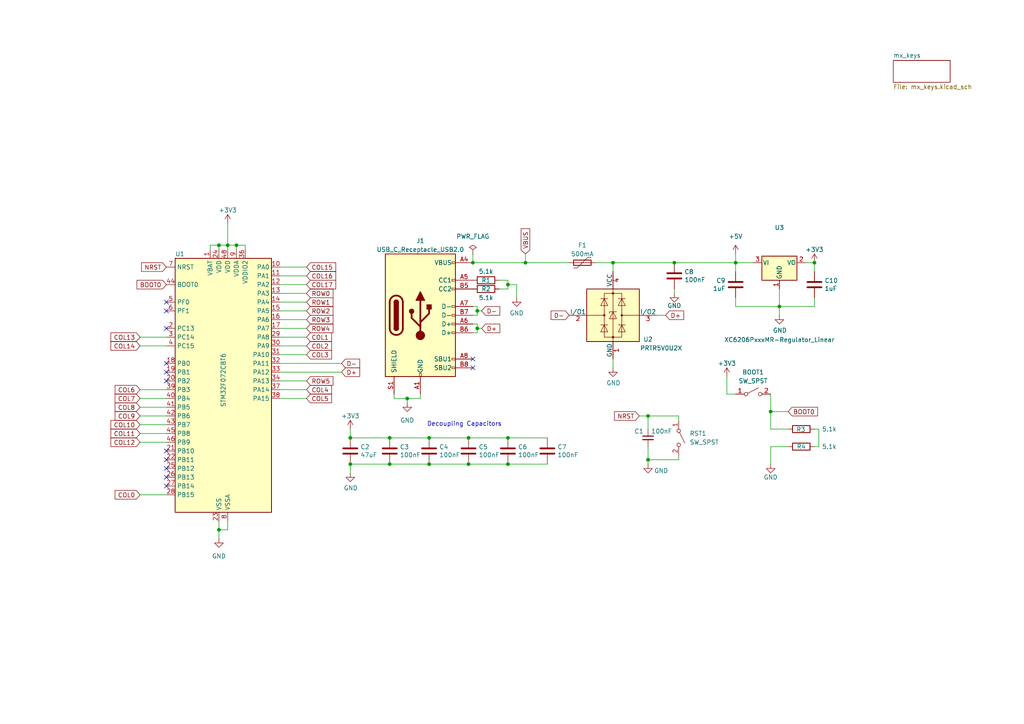
<source format=kicad_sch>
(kicad_sch (version 20231120) (generator "eeschema") (generator_version "8.0")
  (paper "A4")
  (title_block (title "Mioke80 Keyboard  QMK") (date "2024-07-25") (rev "1.0") (company "Michael O'Toole") (comment 1 "Open Source Hardware") (comment 2 "STM32F072CBT6"))
  (lib_symbols
    (symbol "Connector:USB_C_Receptacle_USB2.0" (pin_names (offset 1.016))
      (property "Reference" "J" (at -10.16 19.05 0))
      (property "Value" "USB_C_Receptacle_USB2.0" (at 19.05 19.05 0))
      (symbol "USB_C_Receptacle_USB2.0_0_0"
        (rectangle (start -0.254 -17.78) (end 0.254 -16.764))
        (rectangle (start 10.16 -14.986) (end 9.144 -15.494))
        (rectangle (start 10.16 -12.446) (end 9.144 -12.954))
        (rectangle (start 10.16 -4.826) (end 9.144 -5.334))
        (rectangle (start 10.16 -2.286) (end 9.144 -2.794))
        (rectangle (start 10.16 0.254) (end 9.144 -0.254))
        (rectangle (start 10.16 2.794) (end 9.144 2.286))
        (rectangle (start 10.16 7.874) (end 9.144 7.366))
        (rectangle (start 10.16 10.414) (end 9.144 9.906))
        (rectangle (start 10.16 15.494) (end 9.144 14.986))
      )
      (symbol "USB_C_Receptacle_USB2.0_0_1"
        (rectangle (start -10.16 17.78) (end 10.16 -17.78) (stroke (width 0.254)) (fill (type background)))
        (arc (start -8.89 -3.81) (mid -6.985 -5.7067) (end -5.08 -3.81) (stroke (width 0.508)))
        (arc (start -7.62 -3.81) (mid -6.985 -4.4423) (end -6.35 -3.81) (stroke (width 0.254)))
        (arc (start -7.62 -3.81) (mid -6.985 -4.4423) (end -6.35 -3.81) (stroke (width 0.254)) (fill (type outline)))
        (rectangle (start -7.62 -3.81) (end -6.35 3.81) (stroke (width 0.254)) (fill (type outline)))
        (arc (start -6.35 3.81) (mid -6.985 4.4423) (end -7.62 3.81) (stroke (width 0.254)))
        (arc (start -6.35 3.81) (mid -6.985 4.4423) (end -7.62 3.81) (stroke (width 0.254)) (fill (type outline)))
        (arc (start -5.08 3.81) (mid -6.985 5.7067) (end -8.89 3.81) (stroke (width 0.508)))
        (circle (center -2.54 1.143) (radius 0.635) (stroke (width 0.254)) (fill (type outline)))
        (circle (center 0 -5.842) (radius 1.27) (fill (type outline)))
        (polyline (pts (xy -8.89 -3.81) (xy -8.89 3.81)) (stroke (width 0.508)))
        (polyline (pts (xy -5.08 3.81) (xy -5.08 -3.81)) (stroke (width 0.508)))
        (polyline (pts (xy 0 -5.842) (xy 0 4.318)) (stroke (width 0.508)))
        (polyline (pts (xy 0 -3.302) (xy -2.54 -0.762) (xy -2.54 0.508)) (stroke (width 0.508)))
        (polyline (pts (xy 0 -2.032) (xy 2.54 0.508) (xy 2.54 1.778)) (stroke (width 0.508)))
        (polyline (pts (xy -1.27 4.318) (xy 0 6.858) (xy 1.27 4.318) (xy -1.27 4.318)) (stroke (width 0.254)) (fill (type outline)))
        (rectangle (start 1.905 1.778) (end 3.175 3.048) (stroke (width 0.254)) (fill (type outline)))
      )
      (symbol "USB_C_Receptacle_USB2.0_1_1"
        (pin passive line (at 0 -22.86 90) (length 5.08) (name "GND") (number "A1"))
        (pin passive line (at 0 -22.86 90) (length 5.08) hide (name "GND") (number "A12"))
        (pin passive line (at 15.24 15.24 180) (length 5.08) (name "VBUS") (number "A4"))
        (pin bidirectional line (at 15.24 10.16 180) (length 5.08) (name "CC1") (number "A5"))
        (pin bidirectional line (at 15.24 -2.54 180) (length 5.08) (name "D+") (number "A6"))
        (pin bidirectional line (at 15.24 2.54 180) (length 5.08) (name "D-") (number "A7"))
        (pin bidirectional line (at 15.24 -12.7 180) (length 5.08) (name "SBU1") (number "A8"))
        (pin passive line (at 15.24 15.24 180) (length 5.08) hide (name "VBUS") (number "A9"))
        (pin passive line (at 0 -22.86 90) (length 5.08) hide (name "GND") (number "B1"))
        (pin passive line (at 0 -22.86 90) (length 5.08) hide (name "GND") (number "B12"))
        (pin passive line (at 15.24 15.24 180) (length 5.08) hide (name "VBUS") (number "B4"))
        (pin bidirectional line (at 15.24 7.62 180) (length 5.08) (name "CC2") (number "B5"))
        (pin bidirectional line (at 15.24 -5.08 180) (length 5.08) (name "D+") (number "B6"))
        (pin bidirectional line (at 15.24 0 180) (length 5.08) (name "D-") (number "B7"))
        (pin bidirectional line (at 15.24 -15.24 180) (length 5.08) (name "SBU2") (number "B8"))
        (pin passive line (at 15.24 15.24 180) (length 5.08) hide (name "VBUS") (number "B9"))
        (pin passive line (at -7.62 -22.86 90) (length 5.08) (name "SHIELD") (number "S1"))
      )
    )
    (symbol "Device:C" (pin_numbers hide) (pin_names (offset 0.254))
      (property "Reference" "C" (at 0.635 2.54 0))
      (property "Value" "C" (at 0.635 -2.54 0))
      (symbol "C_0_1"
        (polyline (pts (xy -2.032 -0.762) (xy 2.032 -0.762)) (stroke (width 0.508)))
        (polyline (pts (xy -2.032 0.762) (xy 2.032 0.762)) (stroke (width 0.508)))
      )
      (symbol "C_1_1"
        (pin passive line (at 0 3.81 270) (length 2.794) (name "~") (number "1"))
        (pin passive line (at 0 -3.81 90) (length 2.794) (name "~") (number "2"))
      )
    )
    (symbol "Device:C_Small" (pin_numbers hide) (pin_names (offset 0.254) hide)
      (property "Reference" "C" (at 0.254 1.778 0))
      (property "Value" "C_Small" (at 0.254 -2.032 0))
      (symbol "C_Small_0_1"
        (polyline (pts (xy -1.524 -0.508) (xy 1.524 -0.508)) (stroke (width 0.3302)))
        (polyline (pts (xy -1.524 0.508) (xy 1.524 0.508)) (stroke (width 0.3048)))
      )
      (symbol "C_Small_1_1"
        (pin passive line (at 0 2.54 270) (length 2.032) (name "~") (number "1"))
        (pin passive line (at 0 -2.54 90) (length 2.032) (name "~") (number "2"))
      )
    )
    (symbol "Device:Polyfuse" (pin_numbers hide) (pin_names (offset 0))
      (property "Reference" "F" (at -2.54 0 90))
      (property "Value" "Polyfuse" (at 2.54 0 90))
      (symbol "Polyfuse_0_1"
        (rectangle (start -0.762 2.54) (end 0.762 -2.54) (stroke (width 0.254)))
        (polyline (pts (xy 0 2.54) (xy 0 -2.54)))
        (polyline (pts (xy -1.524 2.54) (xy -1.524 1.524) (xy 1.524 -1.524) (xy 1.524 -2.54)))
      )
      (symbol "Polyfuse_1_1"
        (pin passive line (at 0 3.81 270) (length 1.27) (name "~") (number "1"))
        (pin passive line (at 0 -3.81 90) (length 1.27) (name "~") (number "2"))
      )
    )
    (symbol "Device:R" (pin_numbers hide) (pin_names (offset 0))
      (property "Reference" "R" (at 2.032 0 90))
      (property "Value" "R" (at 0 0 90))
      (symbol "R_0_1"
        (rectangle (start -1.016 -2.54) (end 1.016 2.54) (stroke (width 0.254)))
      )
      (symbol "R_1_1"
        (pin passive line (at 0 3.81 270) (length 1.27) (name "~") (number "1"))
        (pin passive line (at 0 -3.81 90) (length 1.27) (name "~") (number "2"))
      )
    )
    (symbol "MCU_ST_STM32F0:STM32F072CBTx"
      (property "Reference" "U" (at -12.7 39.37 0))
      (property "Value" "STM32F072CBTx" (at 10.16 39.37 0))
      (symbol "STM32F072CBTx_0_1"
        (rectangle (start -12.7 -35.56) (end 15.24 38.1) (stroke (width 0.254)) (fill (type background)))
      )
      (symbol "STM32F072CBTx_1_1"
        (pin power_in line (at -2.54 40.64 270) (length 2.54) (name "VBAT") (number "1"))
        (pin bidirectional line (at 17.78 35.56 180) (length 2.54) (name "PA0") (number "10"))
        (pin bidirectional line (at 17.78 33.02 180) (length 2.54) (name "PA1") (number "11"))
        (pin bidirectional line (at 17.78 30.48 180) (length 2.54) (name "PA2") (number "12"))
        (pin bidirectional line (at 17.78 27.94 180) (length 2.54) (name "PA3") (number "13"))
        (pin bidirectional line (at 17.78 25.4 180) (length 2.54) (name "PA4") (number "14"))
        (pin bidirectional line (at 17.78 22.86 180) (length 2.54) (name "PA5") (number "15"))
        (pin bidirectional line (at 17.78 20.32 180) (length 2.54) (name "PA6") (number "16"))
        (pin bidirectional line (at 17.78 17.78 180) (length 2.54) (name "PA7") (number "17"))
        (pin bidirectional line (at -15.24 7.62 0) (length 2.54) (name "PB0") (number "18"))
        (pin bidirectional line (at -15.24 5.08 0) (length 2.54) (name "PB1") (number "19"))
        (pin bidirectional line (at -15.24 17.78 0) (length 2.54) (name "PC13") (number "2"))
        (pin bidirectional line (at -15.24 2.54 0) (length 2.54) (name "PB2") (number "20"))
        (pin bidirectional line (at -15.24 -17.78 0) (length 2.54) (name "PB10") (number "21"))
        (pin bidirectional line (at -15.24 -20.32 0) (length 2.54) (name "PB11") (number "22"))
        (pin power_in line (at 0 -38.1 90) (length 2.54) (name "VSS") (number "23"))
        (pin power_in line (at 0 40.64 270) (length 2.54) (name "VDD") (number "24"))
        (pin bidirectional line (at -15.24 -22.86 0) (length 2.54) (name "PB12") (number "25"))
        (pin bidirectional line (at -15.24 -25.4 0) (length 2.54) (name "PB13") (number "26"))
        (pin bidirectional line (at -15.24 -27.94 0) (length 2.54) (name "PB14") (number "27"))
        (pin bidirectional line (at -15.24 -30.48 0) (length 2.54) (name "PB15") (number "28"))
        (pin bidirectional line (at 17.78 15.24 180) (length 2.54) (name "PA8") (number "29"))
        (pin bidirectional line (at -15.24 15.24 0) (length 2.54) (name "PC14") (number "3"))
        (pin bidirectional line (at 17.78 12.7 180) (length 2.54) (name "PA9") (number "30"))
        (pin bidirectional line (at 17.78 10.16 180) (length 2.54) (name "PA10") (number "31"))
        (pin bidirectional line (at 17.78 7.62 180) (length 2.54) (name "PA11") (number "32"))
        (pin bidirectional line (at 17.78 5.08 180) (length 2.54) (name "PA12") (number "33"))
        (pin bidirectional line (at 17.78 2.54 180) (length 2.54) (name "PA13") (number "34"))
        (pin passive line (at 0 -38.1 90) (length 2.54) hide (name "VSS") (number "35"))
        (pin power_in line (at 7.62 40.64 270) (length 2.54) (name "VDDIO2") (number "36"))
        (pin bidirectional line (at 17.78 0 180) (length 2.54) (name "PA14") (number "37"))
        (pin bidirectional line (at 17.78 -2.54 180) (length 2.54) (name "PA15") (number "38"))
        (pin bidirectional line (at -15.24 0 0) (length 2.54) (name "PB3") (number "39"))
        (pin bidirectional line (at -15.24 12.7 0) (length 2.54) (name "PC15") (number "4"))
        (pin bidirectional line (at -15.24 -2.54 0) (length 2.54) (name "PB4") (number "40"))
        (pin bidirectional line (at -15.24 -5.08 0) (length 2.54) (name "PB5") (number "41"))
        (pin bidirectional line (at -15.24 -7.62 0) (length 2.54) (name "PB6") (number "42"))
        (pin bidirectional line (at -15.24 -10.16 0) (length 2.54) (name "PB7") (number "43"))
        (pin input line (at -15.24 30.48 0) (length 2.54) (name "BOOT0") (number "44"))
        (pin bidirectional line (at -15.24 -12.7 0) (length 2.54) (name "PB8") (number "45"))
        (pin bidirectional line (at -15.24 -15.24 0) (length 2.54) (name "PB9") (number "46"))
        (pin passive line (at 0 -38.1 90) (length 2.54) hide (name "VSS") (number "47"))
        (pin power_in line (at 2.54 40.64 270) (length 2.54) (name "VDD") (number "48"))
        (pin bidirectional line (at -15.24 25.4 0) (length 2.54) (name "PF0") (number "5"))
        (pin bidirectional line (at -15.24 22.86 0) (length 2.54) (name "PF1") (number "6"))
        (pin input line (at -15.24 35.56 0) (length 2.54) (name "NRST") (number "7"))
        (pin power_in line (at 2.54 -38.1 90) (length 2.54) (name "VSSA") (number "8"))
        (pin power_in line (at 5.08 40.64 270) (length 2.54) (name "VDDA") (number "9"))
      )
    )
    (symbol "Power_Protection:PRTR5V0U2X" (pin_names (offset 0))
      (property "Reference" "D" (at 2.794 8.636 0))
      (property "Value" "PRTR5V0U2X" (at 8.128 -9.398 0))
      (symbol "PRTR5V0U2X_0_1"
        (rectangle (start -7.62 -7.62) (end 7.62 7.62) (stroke (width 0.254)) (fill (type background)))
        (circle (center -2.54 0) (radius 0.254) (fill (type outline)))
        (rectangle (start -2.54 6.35) (end 2.54 -6.35))
        (circle (center 0 -6.35) (radius 0.254) (fill (type outline)))
        (polyline (pts (xy -2.54 0) (xy -7.62 0)))
        (polyline (pts (xy -1.524 -2.794) (xy -3.556 -2.794)))
        (polyline (pts (xy -1.524 4.826) (xy -3.556 4.826)))
        (polyline (pts (xy 0 -7.62) (xy 0 7.62)))
        (polyline (pts (xy 1.524 -2.794) (xy 3.556 -2.794)))
        (polyline (pts (xy 1.524 4.826) (xy 3.556 4.826)))
        (polyline (pts (xy 2.54 0) (xy 7.62 0)))
        (polyline (pts (xy 1.016 1.016) (xy -1.016 1.016) (xy -1.016 0.508)))
        (polyline (pts (xy -3.556 -4.826) (xy -1.524 -4.826) (xy -2.54 -2.794) (xy -3.556 -4.826)))
        (polyline (pts (xy -3.556 2.794) (xy -1.524 2.794) (xy -2.54 4.826) (xy -3.556 2.794)))
        (polyline (pts (xy -1.016 -1.016) (xy 1.016 -1.016) (xy 0 1.016) (xy -1.016 -1.016)))
        (polyline (pts (xy 3.556 -4.826) (xy 1.524 -4.826) (xy 2.54 -2.794) (xy 3.556 -4.826)))
        (polyline (pts (xy 3.556 2.794) (xy 1.524 2.794) (xy 2.54 4.826) (xy 3.556 2.794)))
        (circle (center 0 6.35) (radius 0.254) (fill (type outline)))
        (circle (center 2.54 0) (radius 0.254) (fill (type outline)))
      )
      (symbol "PRTR5V0U2X_1_1"
        (pin passive line (at 0 -12.7 90) (length 5.08) (name "GND") (number "1"))
        (pin passive line (at -12.7 0 0) (length 5.08) (name "I/O1") (number "2"))
        (pin passive line (at 12.7 0 180) (length 5.08) (name "I/O2") (number "3"))
        (pin passive line (at 0 12.7 270) (length 5.08) (name "VCC") (number "4"))
      )
    )
    (symbol "Switch:SW_SPST" (pin_names (offset 0) hide)
      (property "Reference" "SW" (at 0 3.175 0))
      (property "Value" "SW_SPST" (at 0 -2.54 0))
      (symbol "SW_SPST_0_0"
        (circle (center -2.032 0) (radius 0.508))
        (polyline (pts (xy -1.524 0.254) (xy 1.524 1.778)))
        (circle (center 2.032 0) (radius 0.508))
      )
      (symbol "SW_SPST_1_1"
        (pin passive line (at -5.08 0 0) (length 2.54) (name "A") (number "1"))
        (pin passive line (at 5.08 0 180) (length 2.54) (name "B") (number "2"))
      )
    )
    (symbol "kicad-keyboard-parts:XC6206PxxxMR-Regulator_Linear" (pin_names (offset 0.254))
      (property "Reference" "U" (at -3.81 3.175 0))
      (property "Value" "XC6206PxxxMR-Regulator_Linear" (at 0 3.175 0))
      (property "LCSC" "C5446" (at 0 0 0))
      (symbol "XC6206PxxxMR-Regulator_Linear_0_1"
        (rectangle (start -5.08 1.905) (end 5.08 -5.08) (stroke (width 0.254)) (fill (type background)))
      )
      (symbol "XC6206PxxxMR-Regulator_Linear_1_1"
        (pin power_in line (at 0 -7.62 90) (length 2.54) (name "GND") (number "1"))
        (pin power_out line (at 7.62 0 180) (length 2.54) (name "VO") (number "2"))
        (pin power_in line (at -7.62 0 0) (length 2.54) (name "VI") (number "3"))
      )
    )
    (symbol "power:+3V3" (power) (pin_names (offset 0))
      (property "Value" "+3V3" (at 0 3.556 0))
      (symbol "+3V3_0_1"
        (polyline (pts (xy -0.762 1.27) (xy 0 2.54)))
        (polyline (pts (xy 0 0) (xy 0 2.54)))
        (polyline (pts (xy 0 2.54) (xy 0.762 1.27)))
      )
      (symbol "+3V3_1_1"
        (pin power_in line (at 0 0 90) (length 0) hide (name "+3V3") (number "1"))
      )
    )
    (symbol "power:+5V" (power) (pin_names (offset 0))
      (property "Value" "+5V" (at 0 3.556 0))
      (symbol "+5V_0_1"
        (polyline (pts (xy -0.762 1.27) (xy 0 2.54)))
        (polyline (pts (xy 0 0) (xy 0 2.54)))
        (polyline (pts (xy 0 2.54) (xy 0.762 1.27)))
      )
      (symbol "+5V_1_1"
        (pin power_in line (at 0 0 90) (length 0) hide (name "+5V") (number "1"))
      )
    )
    (symbol "power:GND" (power) (pin_names (offset 0))
      (property "Value" "GND" (at 0 -3.81 0))
      (symbol "GND_0_1"
        (polyline (pts (xy 0 0) (xy 0 -1.27) (xy 1.27 -1.27) (xy 0 -2.54) (xy -1.27 -1.27) (xy 0 -1.27)))
      )
      (symbol "GND_1_1"
        (pin power_in line (at 0 0 270) (length 0) hide (name "GND") (number "1"))
      )
    )
    (symbol "power:PWR_FLAG" (power) (pin_numbers hide) (pin_names (offset 0) hide)
      (property "Value" "PWR_FLAG" (at 0 3.81 0))
      (symbol "PWR_FLAG_0_0"
        (pin power_out line (at 0 0 90) (length 0) (name "pwr") (number "1"))
      )
      (symbol "PWR_FLAG_0_1"
        (polyline (pts (xy 0 0) (xy 0 1.27) (xy -1.016 1.905) (xy 0 2.54) (xy 1.016 1.905) (xy 0 1.27)))
      )
    )
  )
  (junction (at 226.06 88.9))
  (junction (at 187.96 120.65))
  (junction (at 66.04 71.12))
  (junction (at 147.32 82.55))
  (junction (at 63.5 71.12))
  (junction (at 135.89 134.62))
  (junction (at 135.89 127))
  (junction (at 101.6 134.62))
  (junction (at 101.6 127))
  (junction (at 137.16 76.2))
  (junction (at 124.46 134.62))
  (junction (at 195.58 76.2))
  (junction (at 152.4 76.2))
  (junction (at 113.03 134.62))
  (junction (at 223.52 119.38))
  (junction (at 147.32 134.62))
  (junction (at 236.22 76.2))
  (junction (at 147.32 127))
  (junction (at 63.5 153.67))
  (junction (at 124.46 127))
  (junction (at 213.36 76.2))
  (junction (at 177.8 76.2))
  (junction (at 138.43 95.25))
  (junction (at 118.11 115.57))
  (junction (at 187.96 133.35))
  (junction (at 138.43 90.17))
  (junction (at 113.03 127))
  (junction (at 68.58 71.12))
  (no_connect (at 48.26 133.35))
  (no_connect (at 48.26 95.25))
  (no_connect (at 48.26 105.41))
  (no_connect (at 48.26 140.97))
  (no_connect (at 137.16 106.68))
  (no_connect (at 137.16 104.14))
  (no_connect (at 48.26 110.49))
  (no_connect (at 48.26 107.95))
  (no_connect (at 48.26 138.43))
  (no_connect (at 48.26 130.81))
  (no_connect (at 48.26 87.63))
  (no_connect (at 48.26 135.89))
  (no_connect (at 48.26 90.17))
  (wire (pts (xy 81.28 80.01) (xy 88.9 80.01)))
  (wire (pts (xy 147.32 134.62) (xy 158.75 134.62)))
  (wire (pts (xy 223.52 119.38) (xy 228.6 119.38)))
  (wire (pts (xy 137.16 96.52) (xy 138.43 96.52)))
  (wire (pts (xy 137.16 73.66) (xy 137.16 76.2)))
  (wire (pts (xy 196.85 120.65) (xy 196.85 121.92)))
  (wire (pts (xy 81.28 92.71) (xy 88.9 92.71)))
  (wire (pts (xy 177.8 76.2) (xy 195.58 76.2)))
  (wire (pts (xy 223.52 119.38) (xy 223.52 124.46)))
  (wire (pts (xy 223.52 129.54) (xy 228.6 129.54)))
  (wire (pts (xy 118.11 115.57) (xy 121.92 115.57)))
  (wire (pts (xy 71.12 71.12) (xy 71.12 72.39)))
  (wire (pts (xy 226.06 88.9) (xy 226.06 91.44)))
  (wire (pts (xy 137.16 88.9) (xy 138.43 88.9)))
  (wire (pts (xy 213.36 88.9) (xy 226.06 88.9)))
  (wire (pts (xy 81.28 95.25) (xy 88.9 95.25)))
  (wire (pts (xy 147.32 83.82) (xy 147.32 82.55)))
  (wire (pts (xy 66.04 64.77) (xy 66.04 71.12)))
  (wire (pts (xy 124.46 134.62) (xy 113.03 134.62)))
  (wire (pts (xy 144.78 83.82) (xy 147.32 83.82)))
  (wire (pts (xy 81.28 107.95) (xy 99.06 107.95)))
  (wire (pts (xy 138.43 90.17) (xy 138.43 91.44)))
  (wire (pts (xy 147.32 82.55) (xy 147.32 81.28)))
  (wire (pts (xy 213.36 114.3) (xy 210.82 114.3)))
  (wire (pts (xy 172.72 76.2) (xy 177.8 76.2)))
  (wire (pts (xy 118.11 116.84) (xy 118.11 115.57)))
  (wire (pts (xy 196.85 133.35) (xy 196.85 132.08)))
  (wire (pts (xy 68.58 71.12) (xy 68.58 72.39)))
  (wire (pts (xy 63.5 153.67) (xy 63.5 156.21)))
  (wire (pts (xy 147.32 82.55) (xy 149.86 82.55)))
  (wire (pts (xy 124.46 127) (xy 113.03 127)))
  (wire (pts (xy 68.58 71.12) (xy 71.12 71.12)))
  (wire (pts (xy 233.68 76.2) (xy 236.22 76.2)))
  (wire (pts (xy 213.36 76.2) (xy 213.36 78.74)))
  (wire (pts (xy 63.5 71.12) (xy 63.5 72.39)))
  (wire (pts (xy 187.96 120.65) (xy 196.85 120.65)))
  (wire (pts (xy 144.78 81.28) (xy 147.32 81.28)))
  (wire (pts (xy 213.36 86.36) (xy 213.36 88.9)))
  (wire (pts (xy 187.96 134.62) (xy 187.96 133.35)))
  (wire (pts (xy 81.28 100.33) (xy 88.9 100.33)))
  (wire (pts (xy 135.89 127) (xy 147.32 127)))
  (wire (pts (xy 81.28 110.49) (xy 88.9 110.49)))
  (wire (pts (xy 66.04 151.13) (xy 66.04 153.67)))
  (wire (pts (xy 210.82 114.3) (xy 210.82 109.22)))
  (wire (pts (xy 60.96 71.12) (xy 60.96 72.39)))
  (wire (pts (xy 81.28 102.87) (xy 88.9 102.87)))
  (wire (pts (xy 190.5 91.44) (xy 193.04 91.44)))
  (wire (pts (xy 40.64 115.57) (xy 48.26 115.57)))
  (wire (pts (xy 226.06 83.82) (xy 226.06 88.9)))
  (wire (pts (xy 195.58 83.82) (xy 195.58 85.09)))
  (wire (pts (xy 213.36 73.66) (xy 213.36 76.2)))
  (wire (pts (xy 124.46 127) (xy 135.89 127)))
  (wire (pts (xy 223.52 114.3) (xy 223.52 119.38)))
  (wire (pts (xy 68.58 71.12) (xy 66.04 71.12)))
  (wire (pts (xy 40.64 97.79) (xy 48.26 97.79)))
  (wire (pts (xy 101.6 137.16) (xy 101.6 134.62)))
  (wire (pts (xy 236.22 124.46) (xy 237.49 124.46)))
  (wire (pts (xy 40.64 120.65) (xy 48.26 120.65)))
  (wire (pts (xy 138.43 96.52) (xy 138.43 95.25)))
  (wire (pts (xy 223.52 124.46) (xy 228.6 124.46)))
  (wire (pts (xy 236.22 76.2) (xy 236.22 78.74)))
  (wire (pts (xy 137.16 93.98) (xy 138.43 93.98)))
  (wire (pts (xy 147.32 127) (xy 158.75 127)))
  (wire (pts (xy 101.6 124.46) (xy 101.6 127)))
  (wire (pts (xy 40.64 118.11) (xy 48.26 118.11)))
  (wire (pts (xy 138.43 90.17) (xy 139.7 90.17)))
  (wire (pts (xy 63.5 71.12) (xy 66.04 71.12)))
  (wire (pts (xy 187.96 133.35) (xy 196.85 133.35)))
  (wire (pts (xy 40.64 125.73) (xy 48.26 125.73)))
  (wire (pts (xy 177.8 106.68) (xy 177.8 104.14)))
  (wire (pts (xy 223.52 129.54) (xy 223.52 134.62)))
  (wire (pts (xy 63.5 151.13) (xy 63.5 153.67)))
  (wire (pts (xy 81.28 82.55) (xy 88.9 82.55)))
  (wire (pts (xy 63.5 153.67) (xy 66.04 153.67)))
  (wire (pts (xy 40.64 128.27) (xy 48.26 128.27)))
  (wire (pts (xy 114.3 115.57) (xy 118.11 115.57)))
  (wire (pts (xy 236.22 129.54) (xy 237.49 129.54)))
  (wire (pts (xy 60.96 71.12) (xy 63.5 71.12)))
  (wire (pts (xy 137.16 91.44) (xy 138.43 91.44)))
  (wire (pts (xy 114.3 114.3) (xy 114.3 115.57)))
  (wire (pts (xy 40.64 123.19) (xy 48.26 123.19)))
  (wire (pts (xy 138.43 93.98) (xy 138.43 95.25)))
  (wire (pts (xy 185.42 120.65) (xy 187.96 120.65)))
  (wire (pts (xy 195.58 76.2) (xy 213.36 76.2)))
  (wire (pts (xy 81.28 113.03) (xy 88.9 113.03)))
  (wire (pts (xy 138.43 95.25) (xy 139.7 95.25)))
  (wire (pts (xy 113.03 134.62) (xy 101.6 134.62)))
  (wire (pts (xy 81.28 90.17) (xy 88.9 90.17)))
  (wire (pts (xy 149.86 82.55) (xy 149.86 86.36)))
  (wire (pts (xy 121.92 115.57) (xy 121.92 114.3)))
  (wire (pts (xy 237.49 124.46) (xy 237.49 129.54)))
  (wire (pts (xy 81.28 105.41) (xy 99.06 105.41)))
  (wire (pts (xy 177.8 76.2) (xy 177.8 78.74)))
  (wire (pts (xy 152.4 73.66) (xy 152.4 76.2)))
  (wire (pts (xy 81.28 77.47) (xy 88.9 77.47)))
  (wire (pts (xy 187.96 120.65) (xy 187.96 124.46)))
  (wire (pts (xy 40.64 113.03) (xy 48.26 113.03)))
  (wire (pts (xy 81.28 97.79) (xy 88.9 97.79)))
  (wire (pts (xy 236.22 86.36) (xy 236.22 88.9)))
  (wire (pts (xy 81.28 115.57) (xy 88.9 115.57)))
  (wire (pts (xy 66.04 71.12) (xy 66.04 72.39)))
  (wire (pts (xy 113.03 127) (xy 101.6 127)))
  (wire (pts (xy 137.16 76.2) (xy 152.4 76.2)))
  (wire (pts (xy 138.43 88.9) (xy 138.43 90.17)))
  (wire (pts (xy 226.06 88.9) (xy 236.22 88.9)))
  (wire (pts (xy 81.28 87.63) (xy 88.9 87.63)))
  (wire (pts (xy 213.36 76.2) (xy 218.44 76.2)))
  (wire (pts (xy 124.46 134.62) (xy 135.89 134.62)))
  (wire (pts (xy 40.64 143.51) (xy 48.26 143.51)))
  (wire (pts (xy 152.4 76.2) (xy 165.1 76.2)))
  (wire (pts (xy 135.89 134.62) (xy 147.32 134.62)))
  (wire (pts (xy 187.96 129.54) (xy 187.96 133.35)))
  (wire (pts (xy 81.28 85.09) (xy 88.9 85.09)))
  (wire (pts (xy 40.64 100.33) (xy 48.26 100.33)))
  (text "Decoupling Capacitors" (at 123.825 123.825 0) (effects (font (size 1.27 1.27)) (justify left bottom)))
  (global_label "COL1" (shape input) (at 88.9 97.79 0) (property "Intersheetrefs" "${INTERSHEET_REFS}" (effects (hide yes))))
  (global_label "COL9" (shape input) (at 40.64 120.65 180) (property "Intersheetrefs" "${INTERSHEET_REFS}" (effects (hide yes))))
  (global_label "COL2" (shape input) (at 88.9 100.33 0) (property "Intersheetrefs" "${INTERSHEET_REFS}" (effects (hide yes))))
  (global_label "COL8" (shape input) (at 40.64 118.11 180) (property "Intersheetrefs" "${INTERSHEET_REFS}" (effects (hide yes))))
  (global_label "ROW3" (shape input) (at 88.9 92.71 0) (property "Intersheetrefs" "${INTERSHEET_REFS}" (effects (hide yes))))
  (global_label "COL5" (shape input) (at 88.9 115.57 0) (property "Intersheetrefs" "${INTERSHEET_REFS}" (effects (hide yes))))
  (global_label "ROW5" (shape input) (at 88.9 110.49 0) (property "Intersheetrefs" "${INTERSHEET_REFS}" (effects (hide yes))))
  (global_label "COL17" (shape input) (at 88.9 82.55 0) (property "Intersheetrefs" "${INTERSHEET_REFS}" (effects (hide yes))))
  (global_label "COL15" (shape input) (at 88.9 77.47 0) (property "Intersheetrefs" "${INTERSHEET_REFS}" (effects (hide yes))))
  (global_label "D-" (shape input) (at 99.06 105.41 0) (property "Intersheetrefs" "${INTERSHEET_REFS}" (effects (hide yes))))
  (global_label "COL6" (shape input) (at 40.64 113.03 180) (property "Intersheetrefs" "${INTERSHEET_REFS}" (effects (hide yes))))
  (global_label "ROW1" (shape input) (at 88.9 87.63 0) (property "Intersheetrefs" "${INTERSHEET_REFS}" (effects (hide yes))))
  (global_label "D-" (shape input) (at 165.1 91.44 180) (property "Intersheetrefs" "${INTERSHEET_REFS}" (effects (hide yes))))
  (global_label "COL14" (shape input) (at 40.64 100.33 180) (property "Intersheetrefs" "${INTERSHEET_REFS}" (effects (hide yes))))
  (global_label "BOOT0" (shape input) (at 48.26 82.55 180) (property "Intersheetrefs" "${INTERSHEET_REFS}" (effects (hide yes))))
  (global_label "D+" (shape input) (at 99.06 107.95 0) (property "Intersheetrefs" "${INTERSHEET_REFS}" (effects (hide yes))))
  (global_label "COL3" (shape input) (at 88.9 102.87 0) (property "Intersheetrefs" "${INTERSHEET_REFS}" (effects (hide yes))))
  (global_label "COL0" (shape input) (at 40.64 143.51 180) (property "Intersheetrefs" "${INTERSHEET_REFS}" (effects (hide yes))))
  (global_label "D+" (shape input) (at 193.04 91.44 0) (property "Intersheetrefs" "${INTERSHEET_REFS}" (effects (hide yes))))
  (global_label "COL11" (shape input) (at 40.64 125.73 180) (property "Intersheetrefs" "${INTERSHEET_REFS}" (effects (hide yes))))
  (global_label "D-" (shape input) (at 139.7 90.17 0) (property "Intersheetrefs" "${INTERSHEET_REFS}" (effects (hide yes))))
  (global_label "COL16" (shape input) (at 88.9 80.01 0) (property "Intersheetrefs" "${INTERSHEET_REFS}" (effects (hide yes))))
  (global_label "COL12" (shape input) (at 40.64 128.27 180) (property "Intersheetrefs" "${INTERSHEET_REFS}" (effects (hide yes))))
  (global_label "COL10" (shape input) (at 40.64 123.19 180) (property "Intersheetrefs" "${INTERSHEET_REFS}" (effects (hide yes))))
  (global_label "COL7" (shape input) (at 40.64 115.57 180) (property "Intersheetrefs" "${INTERSHEET_REFS}" (effects (hide yes))))
  (global_label "NRST" (shape input) (at 185.42 120.65 180) (property "Intersheetrefs" "${INTERSHEET_REFS}" (effects (hide yes))))
  (global_label "NRST" (shape input) (at 48.26 77.47 180) (property "Intersheetrefs" "${INTERSHEET_REFS}" (effects (hide yes))))
  (global_label "BOOT0" (shape input) (at 228.6 119.38 0) (property "Intersheetrefs" "${INTERSHEET_REFS}" (effects (hide yes))))
  (global_label "ROW4" (shape input) (at 88.9 95.25 0) (property "Intersheetrefs" "${INTERSHEET_REFS}" (effects (hide yes))))
  (global_label "D+" (shape input) (at 139.7 95.25 0) (property "Intersheetrefs" "${INTERSHEET_REFS}" (effects (hide yes))))
  (global_label "COL4" (shape input) (at 88.9 113.03 0) (property "Intersheetrefs" "${INTERSHEET_REFS}" (effects (hide yes))))
  (global_label "VBUS" (shape input) (at 152.4 73.66 90) (property "Intersheetrefs" "${INTERSHEET_REFS}" (effects (hide yes))))
  (global_label "ROW0" (shape input) (at 88.9 85.09 0) (property "Intersheetrefs" "${INTERSHEET_REFS}" (effects (hide yes))))
  (global_label "ROW2" (shape input) (at 88.9 90.17 0) (property "Intersheetrefs" "${INTERSHEET_REFS}" (effects (hide yes))))
  (global_label "COL13" (shape input) (at 40.64 97.79 180) (property "Intersheetrefs" "${INTERSHEET_REFS}" (effects (hide yes))))
  (symbol (lib_id "Connector:USB_C_Receptacle_USB2.0") (at 121.92 91.44 0) (unit 1)
    (property "Reference" "J1" (at 121.92 69.85 0))
    (property "Value" "USB_C_Receptacle_USB2.0" (at 121.92 72.39 0))
    (property "Footprint" "Connector_USB:USB_C_Receptacle_HRO_TYPE-C-31-M-12" (effects (hide yes)))
    (property "Datasheet" "https://www.usb.org/sites/default/files/documents/usb_type-c.zip" (effects (hide yes)))
    (property "JlcRotOffset" "180" (effects (hide yes)))
    (property "JlcPosOffset" "0,1.5" (effects (hide yes)))
  )
  (symbol (lib_id "power:+3V3") (at 66.04 64.77 0) (unit 1)
    (property "Reference" "#PWR01" (effects (hide yes)))
    (property "Value" "+3V3" (at 66.04 60.96 0))
  )
  (symbol (lib_id "Device:R") (at 232.41 124.46 90) (unit 1)
    (property "Reference" "R3" (at 232.283 124.587 90))
    (property "Value" "5.1k" (at 240.538 124.46 90))
    (property "Footprint" "Resistor_SMD:R_0402_1005Metric" (effects (hide yes)))
  )
  (symbol (lib_id "Device:C") (at 195.58 80.01 0) (unit 1)
    (property "Reference" "C8" (at 198.501 78.8416 0) (effects (justify left)))
    (property "Value" "100nF" (at 198.501 81.153 0) (effects (justify left)))
    (property "Footprint" "Capacitor_SMD:C_0402_1005Metric" (effects (hide yes)))
    (property "LCSC" "C307331" (effects (hide yes)))
  )
  (symbol (lib_id "Device:Polyfuse") (at 168.91 76.2 90) (unit 1)
    (property "Reference" "F1" (at 168.91 71.12 90))
    (property "Value" "500mA" (at 168.91 73.66 90))
    (property "Footprint" "Fuse:Fuse_1206_3216Metric" (effects (hide yes)))
    (property "LCSC" "C135341" (effects (hide yes)))
  )
  (symbol (lib_id "power:GND") (at 63.5 156.21 0) (unit 1)
    (property "Reference" "#PWR02" (effects (hide yes)))
    (property "Value" "GND" (at 63.5 161.29 0))
  )
  (symbol (lib_id "power:GND") (at 149.86 86.36 0) (unit 1)
    (property "Reference" "#PWR05" (effects (hide yes)))
    (property "Value" "GND" (at 149.86 90.805 0))
  )
  (symbol (lib_id "power:GND") (at 101.6 137.16 0) (unit 1)
    (property "Reference" "#PWR08" (effects (hide yes)))
    (property "Value" "GND" (at 101.727 141.5542 0))
  )
  (symbol (lib_id "MCU_ST_STM32F0:STM32F072CBTx") (at 63.5 113.03 0) (unit 1)
    (property "Reference" "U1" (at 50.8 73.66 0) (effects (justify left)))
    (property "Value" "STM32F072CBT6" (at 64.77 118.11 90) (effects (justify left)))
    (property "Footprint" "Package_QFP:LQFP-48_7x7mm_P0.5mm" (effects (hide yes)))
    (property "Datasheet" "https://www.st.com/resource/en/datasheet/stm32f072cb.pdf" (effects (hide yes)))
    (property "JlcRotOffset" "90" (effects (hide yes)))
  )
  (symbol (lib_id "Device:C") (at 147.32 130.81 0) (unit 1)
    (property "Reference" "C6" (at 150.241 129.6416 0) (effects (justify left)))
    (property "Value" "100nF" (at 150.241 131.953 0) (effects (justify left)))
    (property "Footprint" "Capacitor_SMD:C_0402_1005Metric" (effects (hide yes)))
    (property "LCSC" "C307331" (effects (hide yes)))
  )
  (symbol (lib_id "power:+3V3") (at 101.6 124.46 0) (unit 1)
    (property "Reference" "#PWR04" (effects (hide yes)))
    (property "Value" "+3V3" (at 101.6 120.65 0))
  )
  (symbol (lib_id "power:GND") (at 118.11 116.84 0) (unit 1)
    (property "Reference" "#PWR011" (effects (hide yes)))
    (property "Value" "GND" (at 118.11 121.92 0))
  )
  (symbol (lib_id "Device:C") (at 236.22 82.55 0) (unit 1)
    (property "Reference" "C10" (at 239.141 81.3816 0) (effects (justify left)))
    (property "Value" "1uF" (at 239.141 83.693 0) (effects (justify left)))
    (property "Footprint" "Capacitor_SMD:C_0402_1005Metric" (effects (hide yes)))
    (property "LCSC" "C307331" (effects (hide yes)))
  )
  (symbol (lib_id "kicad-keyboard-parts:XC6206PxxxMR-Regulator_Linear") (at 226.06 76.2 0) (unit 1)
    (property "Reference" "U3" (at 226.06 66.04 0))
    (property "Value" "XC6206PxxxMR-Regulator_Linear" (at 226.06 98.552 0))
    (property "Footprint" "Package_TO_SOT_SMD:SOT-23" (effects (hide yes)))
    (property "Datasheet" "https://www.torexsemi.com/file/xc6206/XC6206.pdf" (effects (hide yes)))
    (property "LCSC" "C5446" (effects (hide yes)))
  )
  (symbol (lib_id "power:GND") (at 223.52 134.62 0) (unit 1)
    (property "Reference" "#PWR07" (effects (hide yes)))
    (property "Value" "GND" (at 223.52 138.43 0))
  )
  (symbol (lib_id "power:+3V3") (at 210.82 109.22 0) (mirror y) (unit 1)
    (property "Reference" "#PWR03" (effects (hide yes)))
    (property "Value" "+3V3" (at 210.82 105.41 0))
  )
  (symbol (lib_id "power:+3V3") (at 236.22 76.2 0) (unit 1)
    (property "Reference" "#PWR012" (effects (hide yes)))
    (property "Value" "+3V3" (at 236.22 72.39 0))
  )
  (symbol (lib_id "power:PWR_FLAG") (at 137.16 73.66 0) (unit 1)
    (property "Reference" "#FLG01" (effects (hide yes)))
    (property "Value" "PWR_FLAG" (at 137.16 68.58 0))
    (property "Description" "Special symbol for telling ERC where power comes from" (effects (hide yes)))
  )
  (symbol (lib_id "Device:R") (at 140.97 81.28 270) (unit 1)
    (property "Reference" "R1" (at 140.97 81.28 90))
    (property "Value" "5.1k" (at 140.97 78.74 90))
    (property "Footprint" "Resistor_SMD:R_0402_1005Metric" (effects (hide yes)))
  )
  (symbol (lib_id "power:GND") (at 195.58 85.09 0) (unit 1)
    (property "Reference" "#PWR010" (effects (hide yes)))
    (property "Value" "GND" (at 195.58 88.646 0))
  )
  (symbol (lib_id "power:GND") (at 226.06 91.44 0) (unit 1)
    (property "Reference" "#PWR015" (effects (hide yes)))
    (property "Value" "GND" (at 226.187 95.8342 0))
  )
  (symbol (lib_id "power:+5V") (at 213.36 73.66 0) (unit 1)
    (property "Reference" "#PWR013" (effects (hide yes)))
    (property "Value" "+5V" (at 213.36 68.58 0))
  )
  (symbol (lib_id "Switch:SW_SPST") (at 218.44 114.3 0) (unit 1)
    (property "Reference" "BOOT1" (at 218.44 107.95 0))
    (property "Value" "SW_SPST" (at 218.44 110.49 0))
    (property "Footprint" "Button_Switch_SMD:SW_SPST_TL3342" (effects (hide yes)))
  )
  (symbol (lib_id "Device:C") (at 124.46 130.81 0) (unit 1)
    (property "Reference" "C4" (at 127.381 129.6416 0) (effects (justify left)))
    (property "Value" "100nF" (at 127.381 131.953 0) (effects (justify left)))
    (property "Footprint" "Capacitor_SMD:C_0402_1005Metric" (effects (hide yes)))
    (property "LCSC" "C307331" (effects (hide yes)))
  )
  (symbol (lib_id "power:GND") (at 187.96 134.62 0) (mirror y) (unit 1)
    (property "Reference" "#PWR06" (effects (hide yes)))
    (property "Value" "GND" (at 191.77 136.525 0))
  )
  (symbol (lib_id "Device:C") (at 113.03 130.81 0) (unit 1)
    (property "Reference" "C3" (at 115.951 129.6416 0) (effects (justify left)))
    (property "Value" "100nF" (at 115.951 131.953 0) (effects (justify left)))
    (property "Footprint" "Capacitor_SMD:C_0402_1005Metric" (effects (hide yes)))
    (property "LCSC" "C307331" (effects (hide yes)))
  )
  (symbol (lib_id "Device:C") (at 135.89 130.81 0) (unit 1)
    (property "Reference" "C5" (at 138.811 129.6416 0) (effects (justify left)))
    (property "Value" "100nF" (at 138.811 131.953 0) (effects (justify left)))
    (property "Footprint" "Capacitor_SMD:C_0402_1005Metric" (effects (hide yes)))
    (property "LCSC" "C307331" (effects (hide yes)))
  )
  (symbol (lib_id "Device:C") (at 213.36 82.55 0) (mirror y) (unit 1)
    (property "Reference" "C9" (at 210.439 81.3816 0) (effects (justify left)))
    (property "Value" "1uF" (at 210.439 83.693 0) (effects (justify left)))
    (property "Footprint" "Capacitor_SMD:C_0402_1005Metric" (effects (hide yes)))
    (property "LCSC" "C307331" (effects (hide yes)))
  )
  (symbol (lib_id "Power_Protection:PRTR5V0U2X") (at 177.8 91.44 0) (unit 1)
    (property "Reference" "U2" (at 187.96 98.425 0))
    (property "Value" "PRTR5V0U2X" (at 191.77 100.965 0))
    (property "Footprint" "Package_TO_SOT_SMD:SOT-143" (effects (hide yes)))
    (property "Datasheet" "https://assets.nexperia.com/documents/data-sheet/PRTR5V0U2X.pdf" (effects (hide yes)))
    (property "LCSC" "C2827688" (effects (hide yes)))
    (property "JlcRotOffset" "90" (effects (hide yes)))
  )
  (symbol (lib_id "Device:C") (at 101.6 130.81 0) (unit 1)
    (property "Reference" "C2" (at 104.521 129.6416 0) (effects (justify left)))
    (property "Value" "47uF" (at 104.521 131.953 0) (effects (justify left)))
    (property "Footprint" "Capacitor_SMD:C_0603_1608Metric" (effects (hide yes)))
    (property "LCSC" "C307331" (effects (hide yes)))
  )
  (symbol (lib_id "power:GND") (at 177.8 106.68 0) (unit 1)
    (property "Reference" "#PWR014" (effects (hide yes)))
    (property "Value" "GND" (at 177.927 111.0742 0))
  )
  (symbol (lib_id "Device:R") (at 232.41 129.54 270) (mirror x) (unit 1)
    (property "Reference" "R4" (at 232.41 129.54 90))
    (property "Value" "5.1k" (at 240.538 129.54 90))
    (property "Footprint" "Resistor_SMD:R_0402_1005Metric" (effects (hide yes)))
  )
  (symbol (lib_id "Switch:SW_SPST") (at 196.85 127 270) (unit 1)
    (property "Reference" "RST1" (at 200.025 125.73 90) (effects (justify left)))
    (property "Value" "SW_SPST" (at 200.025 128.27 90) (effects (justify left)))
    (property "Footprint" "Button_Switch_SMD:SW_SPST_TL3342" (effects (hide yes)))
  )
  (symbol (lib_id "Device:C_Small") (at 187.96 127 0) (mirror y) (unit 1)
    (property "Reference" "C1" (at 186.69 125.095 0) (effects (justify left)))
    (property "Value" "100nF" (at 194.945 125.095 0) (effects (justify left)))
    (property "Footprint" "Capacitor_SMD:C_0402_1005Metric" (effects (hide yes)))
    (property "LCSC" "C307331" (effects (hide yes)))
  )
  (symbol (lib_id "Device:R") (at 140.97 83.82 90) (unit 1)
    (property "Reference" "R2" (at 140.97 83.82 90))
    (property "Value" "5.1k" (at 140.97 86.36 90))
    (property "Footprint" "Resistor_SMD:R_0402_1005Metric" (effects (hide yes)))
  )
  (symbol (lib_id "Device:C") (at 158.75 130.81 0) (unit 1)
    (property "Reference" "C7" (at 161.671 129.6416 0) (effects (justify left)))
    (property "Value" "100nF" (at 161.671 131.953 0) (effects (justify left)))
    (property "Footprint" "Capacitor_SMD:C_0402_1005Metric" (effects (hide yes)))
    (property "LCSC" "C307331" (effects (hide yes)))
  )
  (sheet (at 259.08 17.526) (size 16.51 6.35) (stroke (width 0.1524))
    (property "Sheetname" "mx_keys" (at 259.08 16.8144 0) (effects (justify left bottom)))
    (property "Sheetfile" "mx_keys.kicad_sch" (at 259.08 24.4606 0) (effects (justify left top)))
  )
)
</source>
